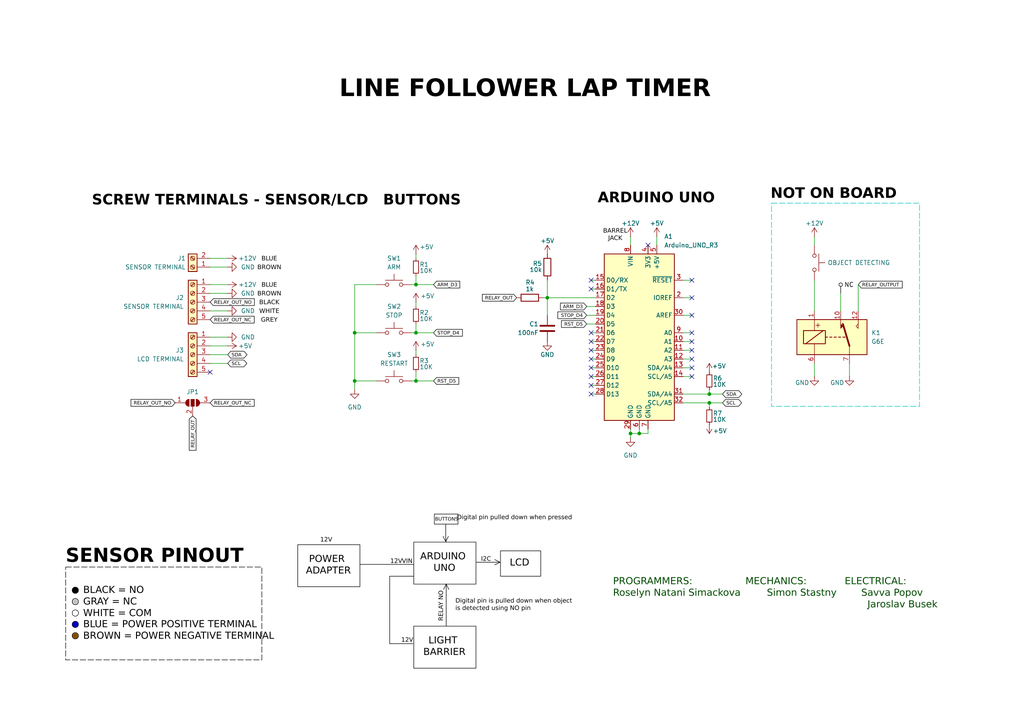
<source format=kicad_sch>
(kicad_sch (version 20250114) (generator "eeschema") (generator_version "9.0")
  (paper "A4")
  (lib_symbols
    (symbol "Connector:Screw_Terminal_01x02" (pin_names (offset 1.016) (hide yes))
      (property "Reference" "J" (at 0 2.54 0))
      (property "Value" "Screw_Terminal_01x02" (at 0 -5.08 0))
      (symbol "Screw_Terminal_01x02_1_1"
        (rectangle (start -1.27 1.27) (end 1.27 -3.81) (stroke (width 0.254)) (fill (type background)))
        (polyline (pts (xy -0.5334 0.3302) (xy 0.3302 -0.508)) (stroke (width 0.1524)))
        (polyline (pts (xy -0.5334 -2.2098) (xy 0.3302 -3.048)) (stroke (width 0.1524)))
        (polyline (pts (xy -0.3556 0.508) (xy 0.508 -0.3302)) (stroke (width 0.1524)))
        (polyline (pts (xy -0.3556 -2.032) (xy 0.508 -2.8702)) (stroke (width 0.1524)))
        (circle (center 0 0) (radius 0.635) (stroke (width 0.1524)))
        (circle (center 0 -2.54) (radius 0.635) (stroke (width 0.1524)))
        (pin passive line (at -5.08 0 0) (length 3.81) (name "Pin_1") (number "1"))
        (pin passive line (at -5.08 -2.54 0) (length 3.81) (name "Pin_2") (number "2"))
      )
    )
    (symbol "Connector:Screw_Terminal_01x05" (pin_names (offset 1.016) (hide yes))
      (property "Reference" "J" (at 0 7.62 0))
      (property "Value" "Screw_Terminal_01x05" (at 0 -7.62 0))
      (symbol "Screw_Terminal_01x05_1_1"
        (rectangle (start -1.27 6.35) (end 1.27 -6.35) (stroke (width 0.254)) (fill (type background)))
        (polyline (pts (xy -0.5334 5.4102) (xy 0.3302 4.572)) (stroke (width 0.1524)))
        (polyline (pts (xy -0.5334 2.8702) (xy 0.3302 2.032)) (stroke (width 0.1524)))
        (polyline (pts (xy -0.5334 0.3302) (xy 0.3302 -0.508)) (stroke (width 0.1524)))
        (polyline (pts (xy -0.5334 -2.2098) (xy 0.3302 -3.048)) (stroke (width 0.1524)))
        (polyline (pts (xy -0.5334 -4.7498) (xy 0.3302 -5.588)) (stroke (width 0.1524)))
        (polyline (pts (xy -0.3556 5.588) (xy 0.508 4.7498)) (stroke (width 0.1524)))
        (polyline (pts (xy -0.3556 3.048) (xy 0.508 2.2098)) (stroke (width 0.1524)))
        (polyline (pts (xy -0.3556 0.508) (xy 0.508 -0.3302)) (stroke (width 0.1524)))
        (polyline (pts (xy -0.3556 -2.032) (xy 0.508 -2.8702)) (stroke (width 0.1524)))
        (polyline (pts (xy -0.3556 -4.572) (xy 0.508 -5.4102)) (stroke (width 0.1524)))
        (circle (center 0 5.08) (radius 0.635) (stroke (width 0.1524)))
        (circle (center 0 2.54) (radius 0.635) (stroke (width 0.1524)))
        (circle (center 0 0) (radius 0.635) (stroke (width 0.1524)))
        (circle (center 0 -2.54) (radius 0.635) (stroke (width 0.1524)))
        (circle (center 0 -5.08) (radius 0.635) (stroke (width 0.1524)))
        (pin passive line (at -5.08 5.08 0) (length 3.81) (name "Pin_1") (number "1"))
        (pin passive line (at -5.08 2.54 0) (length 3.81) (name "Pin_2") (number "2"))
        (pin passive line (at -5.08 0 0) (length 3.81) (name "Pin_3") (number "3"))
        (pin passive line (at -5.08 -2.54 0) (length 3.81) (name "Pin_4") (number "4"))
        (pin passive line (at -5.08 -5.08 0) (length 3.81) (name "Pin_5") (number "5"))
      )
    )
    (symbol "Device:C" (pin_numbers (hide yes)) (pin_names (offset 0.254))
      (property "Reference" "C" (at 0.635 2.54 0))
      (property "Value" "C" (at 0.635 -2.54 0))
      (symbol "C_0_1"
        (polyline (pts (xy -2.032 0.762) (xy 2.032 0.762)) (stroke (width 0.508)))
        (polyline (pts (xy -2.032 -0.762) (xy 2.032 -0.762)) (stroke (width 0.508)))
      )
      (symbol "C_1_1"
        (pin passive line (at 0 3.81 270) (length 2.794) (name "~") (number "1"))
        (pin passive line (at 0 -3.81 90) (length 2.794) (name "~") (number "2"))
      )
    )
    (symbol "Device:R" (pin_numbers (hide yes)) (pin_names (offset 0))
      (property "Reference" "R" (at 2.032 0 90))
      (property "Value" "R" (at 0 0 90))
      (symbol "R_0_1"
        (rectangle (start -1.016 -2.54) (end 1.016 2.54) (stroke (width 0.254)))
      )
      (symbol "R_1_1"
        (pin passive line (at 0 3.81 270) (length 1.27) (name "~") (number "1"))
        (pin passive line (at 0 -3.81 90) (length 1.27) (name "~") (number "2"))
      )
    )
    (symbol "Device:R_Small" (pin_numbers (hide yes)) (pin_names (offset 0.254) (hide yes))
      (property "Reference" "R" (at 0.762 0.508 0))
      (property "Value" "R_Small" (at 0.762 -1.016 0))
      (symbol "R_Small_0_1"
        (rectangle (start -0.762 1.778) (end 0.762 -1.778) (stroke (width 0.2032)))
      )
      (symbol "R_Small_1_1"
        (pin passive line (at 0 2.54 270) (length 0.762) (name "~") (number "1"))
        (pin passive line (at 0 -2.54 90) (length 0.762) (name "~") (number "2"))
      )
    )
    (symbol "Jumper:SolderJumper_3_Open" (pin_names (offset 0) (hide yes)) (exclude_from_sim yes) (in_bom no)
      (property "Reference" "JP" (at -2.54 -2.54 0))
      (property "Value" "SolderJumper_3_Open" (at 0 2.794 0))
      (symbol "SolderJumper_3_Open_0_1"
        (polyline (pts (xy -2.54 0) (xy -2.032 0)))
        (polyline (pts (xy -1.016 1.016) (xy -1.016 -1.016)))
        (arc (start -1.016 -1.016) (mid -2.0276 0) (end -1.016 1.016))
        (arc (start -1.016 -1.016) (mid -2.0276 0) (end -1.016 1.016) (fill (type outline)))
        (rectangle (start -0.508 1.016) (end 0.508 -1.016) (fill (type outline)))
        (polyline (pts (xy 0 -1.27) (xy 0 -1.016)))
        (arc (start 1.016 1.016) (mid 2.0276 0) (end 1.016 -1.016))
        (arc (start 1.016 1.016) (mid 2.0276 0) (end 1.016 -1.016) (fill (type outline)))
        (polyline (pts (xy 1.016 1.016) (xy 1.016 -1.016)))
        (polyline (pts (xy 2.54 0) (xy 2.032 0)))
      )
      (symbol "SolderJumper_3_Open_1_1"
        (pin passive line (at -5.08 0 0) (length 2.54) (name "A") (number "1"))
        (pin passive line (at 0 -3.81 90) (length 2.54) (name "C") (number "2"))
        (pin passive line (at 5.08 0 180) (length 2.54) (name "B") (number "3"))
      )
    )
    (symbol "MCU_Module:Arduino_UNO_R3"
      (property "Reference" "A" (at -10.16 23.495 0))
      (property "Value" "Arduino_UNO_R3" (at 5.08 -26.67 0))
      (symbol "Arduino_UNO_R3_0_1"
        (rectangle (start -10.16 22.86) (end 10.16 -25.4) (stroke (width 0.254)) (fill (type background)))
      )
      (symbol "Arduino_UNO_R3_1_1"
        (pin bidirectional line (at -12.7 15.24 0) (length 2.54) (name "D0/RX") (number "15"))
        (pin bidirectional line (at -12.7 12.7 0) (length 2.54) (name "D1/TX") (number "16"))
        (pin bidirectional line (at -12.7 10.16 0) (length 2.54) (name "D2") (number "17"))
        (pin bidirectional line (at -12.7 7.62 0) (length 2.54) (name "D3") (number "18"))
        (pin bidirectional line (at -12.7 5.08 0) (length 2.54) (name "D4") (number "19"))
        (pin bidirectional line (at -12.7 2.54 0) (length 2.54) (name "D5") (number "20"))
        (pin bidirectional line (at -12.7 0 0) (length 2.54) (name "D6") (number "21"))
        (pin bidirectional line (at -12.7 -2.54 0) (length 2.54) (name "D7") (number "22"))
        (pin bidirectional line (at -12.7 -5.08 0) (length 2.54) (name "D8") (number "23"))
        (pin bidirectional line (at -12.7 -7.62 0) (length 2.54) (name "D9") (number "24"))
        (pin bidirectional line (at -12.7 -10.16 0) (length 2.54) (name "D10") (number "25"))
        (pin bidirectional line (at -12.7 -12.7 0) (length 2.54) (name "D11") (number "26"))
        (pin bidirectional line (at -12.7 -15.24 0) (length 2.54) (name "D12") (number "27"))
        (pin bidirectional line (at -12.7 -17.78 0) (length 2.54) (name "D13") (number "28"))
        (pin no_connect line (at -10.16 -20.32 0) (length 2.54) (hide yes) (name "NC") (number "1"))
        (pin power_in line (at -2.54 25.4 270) (length 2.54) (name "VIN") (number "8"))
        (pin power_in line (at -2.54 -27.94 90) (length 2.54) (name "GND") (number "29"))
        (pin power_in line (at 0 -27.94 90) (length 2.54) (name "GND") (number "6"))
        (pin power_out line (at 2.54 25.4 270) (length 2.54) (name "3V3") (number "4"))
        (pin power_in line (at 2.54 -27.94 90) (length 2.54) (name "GND") (number "7"))
        (pin power_out line (at 5.08 25.4 270) (length 2.54) (name "+5V") (number "5"))
        (pin input line (at 12.7 15.24 180) (length 2.54) (name "~{RESET}") (number "3"))
        (pin output line (at 12.7 10.16 180) (length 2.54) (name "IOREF") (number "2"))
        (pin input line (at 12.7 5.08 180) (length 2.54) (name "AREF") (number "30"))
        (pin bidirectional line (at 12.7 0 180) (length 2.54) (name "A0") (number "9"))
        (pin bidirectional line (at 12.7 -2.54 180) (length 2.54) (name "A1") (number "10"))
        (pin bidirectional line (at 12.7 -5.08 180) (length 2.54) (name "A2") (number "11"))
        (pin bidirectional line (at 12.7 -7.62 180) (length 2.54) (name "A3") (number "12"))
        (pin bidirectional line (at 12.7 -10.16 180) (length 2.54) (name "SDA/A4") (number "13"))
        (pin bidirectional line (at 12.7 -12.7 180) (length 2.54) (name "SCL/A5") (number "14"))
        (pin bidirectional line (at 12.7 -17.78 180) (length 2.54) (name "SDA/A4") (number "31"))
        (pin bidirectional line (at 12.7 -20.32 180) (length 2.54) (name "SCL/A5") (number "32"))
      )
    )
    (symbol "Relay:G6E"
      (property "Reference" "K" (at 11.43 3.81 0))
      (property "Value" "G6E" (at 11.43 1.27 0))
      (symbol "G6E_0_0"
        (polyline (pts (xy 7.62 5.08) (xy 7.62 2.54) (xy 6.985 3.175) (xy 7.62 3.81)))
        (text "+" (at -4.064 3.556 0) (effects (font (size 1.524 1.524))))
      )
      (symbol "G6E_0_1"
        (rectangle (start -10.16 5.08) (end 10.16 -5.08) (stroke (width 0.254)) (fill (type background)))
        (rectangle (start -8.255 1.905) (end -1.905 -1.905) (stroke (width 0.254)))
        (polyline (pts (xy -7.62 -1.905) (xy -2.54 1.905)) (stroke (width 0.254)))
        (polyline (pts (xy -5.08 5.08) (xy -5.08 1.905)))
        (polyline (pts (xy -5.08 -5.08) (xy -5.08 -1.905)))
        (polyline (pts (xy -1.905 0) (xy -1.27 0)) (stroke (width 0.254)))
        (polyline (pts (xy -0.635 0) (xy 0 0)) (stroke (width 0.254)))
        (polyline (pts (xy 0.635 0) (xy 1.27 0)) (stroke (width 0.254)))
        (polyline (pts (xy 1.905 0) (xy 2.54 0)) (stroke (width 0.254)))
        (polyline (pts (xy 2.54 5.08) (xy 2.54 2.54) (xy 3.175 3.175) (xy 2.54 3.81)) (fill (type outline)))
        (polyline (pts (xy 3.175 0) (xy 3.81 0)) (stroke (width 0.254)))
        (polyline (pts (xy 5.08 -2.54) (xy 3.175 3.81)) (stroke (width 0.508)))
        (polyline (pts (xy 5.08 -2.54) (xy 5.08 -5.08)))
      )
      (symbol "G6E_1_1"
        (pin passive line (at -5.08 7.62 270) (length 2.54) (name "~") (number "1"))
        (pin passive line (at -5.08 -7.62 90) (length 2.54) (name "~") (number "6"))
        (pin passive line (at 2.54 7.62 270) (length 2.54) (name "~") (number "10"))
        (pin passive line (at 5.08 -7.62 90) (length 2.54) (name "~") (number "7"))
        (pin passive line (at 7.62 7.62 270) (length 2.54) (name "~") (number "12"))
      )
    )
    (symbol "Switch:SW_Push" (pin_numbers (hide yes)) (pin_names (offset 1.016) (hide yes))
      (property "Reference" "SW" (at 1.27 2.54 0))
      (property "Value" "SW_Push" (at 0 -1.524 0))
      (symbol "SW_Push_0_1"
        (circle (center -2.032 0) (radius 0.508))
        (polyline (pts (xy 0 1.27) (xy 0 3.048)))
        (circle (center 2.032 0) (radius 0.508))
        (polyline (pts (xy 2.54 1.27) (xy -2.54 1.27)))
        (pin passive line (at -5.08 0 0) (length 2.54) (name "1") (number "1"))
        (pin passive line (at 5.08 0 180) (length 2.54) (name "2") (number "2"))
      )
    )
    (symbol "power:+12V" (power) (pin_numbers (hide yes)) (pin_names (offset 0) (hide yes))
      (property "Value" "+12V" (at 0 3.556 0))
      (symbol "+12V_0_1"
        (polyline (pts (xy -0.762 1.27) (xy 0 2.54)))
        (polyline (pts (xy 0 2.54) (xy 0.762 1.27)))
        (polyline (pts (xy 0 0) (xy 0 2.54)))
      )
      (symbol "+12V_1_1"
        (pin power_in line (at 0 0 90) (length 0) (name "~") (number "1"))
      )
    )
    (symbol "power:+5V" (power) (pin_numbers (hide yes)) (pin_names (offset 0) (hide yes))
      (property "Value" "+5V" (at 0 3.556 0))
      (symbol "+5V_0_1"
        (polyline (pts (xy -0.762 1.27) (xy 0 2.54)))
        (polyline (pts (xy 0 2.54) (xy 0.762 1.27)))
        (polyline (pts (xy 0 0) (xy 0 2.54)))
      )
      (symbol "+5V_1_1"
        (pin power_in line (at 0 0 90) (length 0) (name "~") (number "1"))
      )
    )
    (symbol "power:GND" (power) (pin_numbers (hide yes)) (pin_names (offset 0) (hide yes))
      (property "Value" "GND" (at 0 -3.81 0))
      (symbol "GND_0_1"
        (polyline (pts (xy 0 0) (xy 0 -1.27) (xy 1.27 -1.27) (xy 0 -2.54) (xy -1.27 -1.27) (xy 0 -1.27)))
      )
      (symbol "GND_1_1"
        (pin power_in line (at 0 0 270) (length 0) (name "~") (number "1"))
      )
    )
  )
  (circle (center 21.844 171.196) (radius 0.9158) (stroke (width 0) (color 0 0 0 1)) (fill (type color) (color 0 0 0 1)))
  (rectangle (start 145.161 159.766) (end 156.845 167.132) (stroke (width 0) (color 0 0 0 1)))
  (circle (center 21.844 181.102) (radius 0.9158) (stroke (width 0) (color 0 0 0 1)) (fill (type color) (color 0 0 194 1)))
  (rectangle (start 86.36 157.988) (end 104.394 170.18) (stroke (width 0) (color 0 0 0 1)))
  (rectangle (start 125.984 149.098) (end 132.842 152.019) (stroke (width 0) (color 0 0 0 1)))
  (rectangle (start 223.774 58.928) (end 266.7 117.856) (stroke (width 0) (type dash) (color 0 194 194 1)))
  (circle (center 21.844 174.498) (radius 0.9158) (stroke (width 0) (color 0 0 0 1)) (fill (type color) (color 194 194 194 1)))
  (circle (center 21.844 184.404) (radius 0.9158) (stroke (width 0) (color 0 0 0 1)) (fill (type color) (color 128 77 0 1)))
  (circle (center 21.844 177.8) (radius 0.9158) (stroke (width 0) (color 0 0 0 1)) (fill (type color) (color 255 255 255 1)))
  (rectangle (start 19.05 164.465) (end 75.946 191.389) (stroke (width 0) (type dash) (color 0 0 0 1)))
  (rectangle (start 120.015 181.61) (end 138.049 193.802) (stroke (width 0) (color 0 0 0 1)))
  (rectangle (start 120.015 157.226) (end 138.049 169.418) (stroke (width 0) (color 0 0 0 1)))
  (text "BLUE = POWER POSITIVE TERMINAL\nBROWN = POWER NEGATIVE TERMINAL" (at 24.13 183.515 0) (effects (font (size 2 2)) (justify left)))
  (text "ARDUINO \nUNO" (at 128.905 163.83 0) (effects (font (size 2 2))))
  (text "BROWN" (at 78.105 85.725 0) (effects (font (size 1.27 1.27))))
  (text "BUTTONS" (at 111.125 59.055 0) (effects (font (size 3 3) (bold yes)) (justify left)))
  (text "12V" (at 118.11 186.182 0) (effects (font (size 1.27 1.27))))
  (text "BROWN" (at 78.105 78.105 0) (effects (font (size 1.27 1.27))))
  (text "SCREW TERMINALS - SENSOR/LCD" (at 26.67 59.055 0) (effects (font (size 3 3) (bold yes)) (justify left)))
  (text "VIN" (at 118.11 163.322 0) (effects (font (size 1.27 1.27))))
  (text "I2C" (at 140.97 162.687 0) (effects (font (size 1.27 1.27))))
  (text "SENSOR PINOUT" (at 19.05 162.56 0) (effects (font (size 4 4) (bold yes)) (justify left)))
  (text "BUTTONS" (at 129.54 150.495 0) (effects (font (size 1 1)) (justify top)))
  (text "BARREL\nJACK" (at 178.435 68.58 0) (effects (font (size 1.27 1.27))))
  (text "RELAY NO" (at 128.27 175.895 90) (effects (font (size 1.27 1.27))))
  (text "BLUE" (at 78.105 75.565 0) (effects (font (size 1.27 1.27))))
  (text "BLUE" (at 78.105 83.185 0) (effects (font (size 1.27 1.27))))
  (text "WHITE" (at 78.105 90.805 0) (effects (font (size 1.27 1.27))))
  (text "LIGHT \nBARRIER" (at 128.905 188.214 0) (effects (font (size 2 2))))
  (text "BLACK" (at 78.105 88.265 0) (effects (font (size 1.27 1.27))))
  (text "GREY" (at 78.105 93.345 0) (effects (font (size 1.27 1.27))))
  (text "ARDUINO UNO" (at 173.355 58.42 0) (effects (font (size 3 3) (bold yes)) (justify left)))
  (text "12V" (at 114.935 163.322 0) (effects (font (size 1.27 1.27))))
  (text "LINE FOLLOWER LAP TIMER" (at 98.425 27.305 0) (effects (font (size 5 5) (bold yes)) (justify left)))
  (text "LCD " (at 151.13 163.957 0) (effects (font (size 2 2))))
  (text "BLACK = NO\nGRAY = NC\nWHITE = COM" (at 24.13 175.26 0) (effects (font (size 2 2)) (justify left)))
  (text "POWER \nADAPTER" (at 95.25 164.592 0) (effects (font (size 2 2))))
  (text "NOT ON BOARD" (at 223.52 57.15 0) (effects (font (size 3 3) (bold yes)) (justify left)))
  (text "Digital pin pulled down when pressed" (at 149.225 150.622 0) (effects (font (size 1.27 1.27))))
  (text "PROGRAMMERS:     			MECHANICS:    		ELECTRICAL: \nRoselyn Natani Simackova	       Simon Stastny		Savva Popov \n                                                                                   Jaroslav Busek" (at 177.8 172.72 0) (effects (font (size 2 2)) (justify left)))
  (text "12V" (at 94.615 157.099 0) (effects (font (size 1.27 1.27))))
  (text "Digital pin is pulled down when object \nis detected using NO pin" (at 132.08 175.895 0) (effects (font (size 1.27 1.27)) (justify left)))
  (junction (at 185.42 125.73))
  (junction (at 102.87 96.52))
  (junction (at 120.65 96.52))
  (junction (at 120.65 82.55))
  (junction (at 158.75 86.36))
  (junction (at 205.74 116.84))
  (junction (at 102.87 110.49))
  (junction (at 205.74 114.3))
  (junction (at 182.88 125.73))
  (junction (at 120.65 110.49))
  (no_connect (at 200.66 81.28))
  (no_connect (at 171.45 106.68))
  (no_connect (at 171.45 81.28))
  (no_connect (at 171.45 111.76))
  (no_connect (at 200.66 86.36))
  (no_connect (at 200.66 106.68))
  (no_connect (at 171.45 114.3))
  (no_connect (at 171.45 83.82))
  (no_connect (at 187.96 71.12))
  (no_connect (at 200.66 99.06))
  (no_connect (at 171.45 109.22))
  (no_connect (at 200.66 101.6))
  (no_connect (at 171.45 101.6))
  (no_connect (at 171.45 104.14))
  (no_connect (at 200.66 96.52))
  (no_connect (at 171.45 96.52))
  (no_connect (at 171.45 99.06))
  (no_connect (at 200.66 109.22))
  (no_connect (at 200.66 91.44))
  (no_connect (at 200.66 104.14))
  (no_connect (at 60.96 107.95))
  (polyline (pts (xy 129.413 169.418) (xy 130.175 170.942)) (stroke (width 0) (type solid) (color 0 0 0 1)))
  (wire (pts (xy 125.73 96.52) (xy 120.65 96.52)))
  (wire (pts (xy 171.45 99.06) (xy 172.72 99.06)))
  (wire (pts (xy 120.65 80.01) (xy 120.65 82.55)))
  (wire (pts (xy 171.45 81.28) (xy 172.72 81.28)))
  (wire (pts (xy 171.45 106.68) (xy 172.72 106.68)))
  (wire (pts (xy 187.96 125.73) (xy 187.96 124.46)))
  (wire (pts (xy 171.45 96.52) (xy 172.72 96.52)))
  (wire (pts (xy 171.45 111.76) (xy 172.72 111.76)))
  (wire (pts (xy 66.04 97.79) (xy 60.96 97.79)))
  (polyline (pts (xy 145.034 163.068) (xy 143.51 163.83)) (stroke (width 0) (type solid) (color 0 0 0 1)))
  (polyline (pts (xy 113.03 186.69) (xy 119.761 186.69)) (stroke (width 0) (type solid) (color 0 0 0 1)))
  (wire (pts (xy 66.04 102.87) (xy 60.96 102.87)))
  (wire (pts (xy 236.22 109.22) (xy 236.22 105.41)))
  (wire (pts (xy 246.38 109.22) (xy 246.38 105.41)))
  (polyline (pts (xy 129.286 157.099) (xy 128.524 155.575)) (stroke (width 0) (type solid) (color 0 0 0 1)))
  (wire (pts (xy 182.88 68.58) (xy 182.88 71.12)))
  (wire (pts (xy 200.66 99.06) (xy 198.12 99.06)))
  (wire (pts (xy 158.75 91.44) (xy 158.75 86.36)))
  (wire (pts (xy 102.87 110.49) (xy 109.22 110.49)))
  (polyline (pts (xy 113.03 186.69) (xy 113.03 167.132)) (stroke (width 0) (type solid) (color 0 0 0 1)))
  (wire (pts (xy 198.12 116.84) (xy 205.74 116.84)))
  (wire (pts (xy 243.84 85.09) (xy 243.84 90.17)))
  (wire (pts (xy 200.66 96.52) (xy 198.12 96.52)))
  (wire (pts (xy 66.04 100.33) (xy 60.96 100.33)))
  (polyline (pts (xy 128.651 170.942) (xy 129.413 169.418)) (stroke (width 0) (type solid) (color 0 0 0 1)))
  (wire (pts (xy 66.04 105.41) (xy 60.96 105.41)))
  (wire (pts (xy 120.65 87.63) (xy 120.65 88.9)))
  (wire (pts (xy 182.88 125.73) (xy 182.88 124.46)))
  (wire (pts (xy 170.18 91.44) (xy 172.72 91.44)))
  (wire (pts (xy 171.45 104.14) (xy 172.72 104.14)))
  (wire (pts (xy 209.55 114.3) (xy 205.74 114.3)))
  (wire (pts (xy 236.22 81.28) (xy 236.22 90.17)))
  (wire (pts (xy 205.74 118.11) (xy 205.74 116.84)))
  (wire (pts (xy 236.22 68.58) (xy 236.22 71.12)))
  (wire (pts (xy 102.87 82.55) (xy 102.87 96.52)))
  (wire (pts (xy 120.65 93.98) (xy 120.65 96.52)))
  (wire (pts (xy 170.18 88.9) (xy 172.72 88.9)))
  (wire (pts (xy 102.87 96.52) (xy 109.22 96.52)))
  (wire (pts (xy 185.42 125.73) (xy 185.42 124.46)))
  (wire (pts (xy 182.88 125.73) (xy 185.42 125.73)))
  (wire (pts (xy 205.74 113.03) (xy 205.74 114.3)))
  (wire (pts (xy 60.96 77.47) (xy 66.04 77.47)))
  (wire (pts (xy 125.73 82.55) (xy 120.65 82.55)))
  (wire (pts (xy 198.12 114.3) (xy 205.74 114.3)))
  (wire (pts (xy 66.04 74.93) (xy 60.96 74.93)))
  (wire (pts (xy 120.65 96.52) (xy 119.38 96.52)))
  (wire (pts (xy 185.42 125.73) (xy 187.96 125.73)))
  (wire (pts (xy 190.5 68.58) (xy 190.5 71.12)))
  (wire (pts (xy 205.74 116.84) (xy 209.55 116.84)))
  (polyline (pts (xy 130.048 155.575) (xy 129.286 157.099)) (stroke (width 0) (type solid) (color 0 0 0 1)))
  (wire (pts (xy 170.18 93.98) (xy 172.72 93.98)))
  (polyline (pts (xy 143.51 162.306) (xy 145.034 163.068)) (stroke (width 0) (type solid) (color 0 0 0 1)))
  (wire (pts (xy 120.65 110.49) (xy 119.38 110.49)))
  (polyline (pts (xy 104.394 163.703) (xy 120.015 163.703)) (stroke (width 0) (type solid) (color 0 0 0 1)))
  (wire (pts (xy 200.66 106.68) (xy 198.12 106.68)))
  (wire (pts (xy 66.04 85.09) (xy 60.96 85.09)))
  (wire (pts (xy 157.48 86.36) (xy 158.75 86.36)))
  (wire (pts (xy 120.65 107.95) (xy 120.65 110.49)))
  (wire (pts (xy 158.75 81.28) (xy 158.75 86.36)))
  (wire (pts (xy 171.45 114.3) (xy 172.72 114.3)))
  (polyline (pts (xy 113.03 167.132) (xy 120.015 167.132)) (stroke (width 0) (type solid) (color 0 0 0 1)))
  (wire (pts (xy 66.04 90.17) (xy 60.96 90.17)))
  (wire (pts (xy 198.12 86.36) (xy 200.66 86.36)))
  (wire (pts (xy 158.75 86.36) (xy 172.72 86.36)))
  (wire (pts (xy 171.45 109.22) (xy 172.72 109.22)))
  (wire (pts (xy 248.92 82.55) (xy 248.92 90.17)))
  (wire (pts (xy 171.45 83.82) (xy 172.72 83.82)))
  (wire (pts (xy 102.87 96.52) (xy 102.87 110.49)))
  (polyline (pts (xy 129.286 152.019) (xy 129.286 157.099)) (stroke (width 0) (type solid) (color 0 0 0 1)))
  (wire (pts (xy 120.65 73.66) (xy 120.65 74.93)))
  (wire (pts (xy 200.66 109.22) (xy 198.12 109.22)))
  (wire (pts (xy 102.87 82.55) (xy 109.22 82.55)))
  (wire (pts (xy 120.65 82.55) (xy 119.38 82.55)))
  (wire (pts (xy 198.12 91.44) (xy 200.66 91.44)))
  (wire (pts (xy 182.88 127) (xy 182.88 125.73)))
  (polyline (pts (xy 129.413 181.61) (xy 129.413 169.418)) (stroke (width 0) (type solid) (color 0 0 0 1)))
  (wire (pts (xy 200.66 104.14) (xy 198.12 104.14)))
  (wire (pts (xy 120.65 101.6) (xy 120.65 102.87)))
  (wire (pts (xy 66.04 82.55) (xy 60.96 82.55)))
  (wire (pts (xy 102.87 113.03) (xy 102.87 110.49)))
  (wire (pts (xy 198.12 81.28) (xy 200.66 81.28)))
  (polyline (pts (xy 138.176 163.068) (xy 145.034 163.068)) (stroke (width 0) (type solid) (color 0 0 0 1)))
  (wire (pts (xy 171.45 101.6) (xy 172.72 101.6)))
  (wire (pts (xy 200.66 101.6) (xy 198.12 101.6)))
  (wire (pts (xy 125.73 110.49) (xy 120.65 110.49)))
  (global_label "RELAY_OUT" (shape input) (at 149.86 86.36 180) (effects (font (size 1 1))) (property "Intersheetrefs" "${INTERSHEET_REFS}" (effects (hide yes))))
  (global_label "RELAY_OUT_NC" (shape input) (at 60.96 92.71 0) (effects (font (size 1 1))) (property "Intersheetrefs" "${INTERSHEET_REFS}" (effects (hide yes))))
  (global_label "RST_D5" (shape input) (at 125.73 110.49 0) (effects (font (size 1 1))) (property "Intersheetrefs" "${INTERSHEET_REFS}" (effects (hide yes))))
  (global_label "RELAY_OUT_NO" (shape input) (at 50.8 116.84 180) (effects (font (size 1 1))) (property "Intersheetrefs" "${INTERSHEET_REFS}" (effects (hide yes))))
  (global_label "RELAY_OUT" (shape input) (at 55.88 120.65 270) (effects (font (size 1 1))) (property "Intersheetrefs" "${INTERSHEET_REFS}" (effects (hide yes))))
  (global_label "SDA" (shape bidirectional) (at 66.04 102.87 0) (effects (font (size 1 1))) (property "Intersheetrefs" "${INTERSHEET_REFS}" (effects (hide yes))))
  (global_label "SDA" (shape bidirectional) (at 209.55 114.3 0) (effects (font (size 1 1))) (property "Intersheetrefs" "${INTERSHEET_REFS}" (effects (hide yes))))
  (global_label "ARM_D3" (shape input) (at 170.18 88.9 180) (effects (font (size 1 1))) (property "Intersheetrefs" "${INTERSHEET_REFS}" (effects (hide yes))))
  (global_label "RELAY_OUTPUT" (shape input) (at 248.92 82.55 0) (effects (font (size 1 1))) (property "Intersheetrefs" "${INTERSHEET_REFS}" (effects (hide yes))))
  (global_label "SCL" (shape bidirectional) (at 209.55 116.84 0) (effects (font (size 1 1))) (property "Intersheetrefs" "${INTERSHEET_REFS}" (effects (hide yes))))
  (global_label "ARM_D3" (shape input) (at 125.73 82.55 0) (effects (font (size 1 1))) (property "Intersheetrefs" "${INTERSHEET_REFS}" (effects (hide yes))))
  (global_label "RELAY_OUT_NC" (shape input) (at 60.96 116.84 0) (effects (font (size 1 1))) (property "Intersheetrefs" "${INTERSHEET_REFS}" (effects (hide yes))))
  (global_label "RELAY_OUT_NO" (shape input) (at 60.96 87.63 0) (effects (font (size 1 1))) (property "Intersheetrefs" "${INTERSHEET_REFS}" (effects (hide yes))))
  (global_label "RST_D5" (shape input) (at 170.18 93.98 180) (effects (font (size 1 1))) (property "Intersheetrefs" "${INTERSHEET_REFS}" (effects (hide yes))))
  (global_label "STOP_D4" (shape input) (at 170.18 91.44 180) (effects (font (size 1 1))) (property "Intersheetrefs" "${INTERSHEET_REFS}" (effects (hide yes))))
  (global_label "STOP_D4" (shape input) (at 125.73 96.52 0) (effects (font (size 1 1))) (property "Intersheetrefs" "${INTERSHEET_REFS}" (effects (hide yes))))
  (global_label "SCL" (shape bidirectional) (at 66.04 105.41 0) (effects (font (size 1 1))) (property "Intersheetrefs" "${INTERSHEET_REFS}" (effects (hide yes))))
  (netclass_flag "" (length 2.54) (shape round) (at 243.84 85.09 0) (property "Netclass" "NC" (at 244.856 82.55 0) (effects (justify left))))
  (symbol (lib_id "power:+5V") (at 120.65 73.66 0) (unit 1)
    (property "Reference" "#PWR09" (effects (hide yes)))
    (property "Value" "+5V" (at 123.698 71.628 0))
    (property "Description" "Power symbol creates a global label with name \"+5V\"" (effects (hide yes)))
  )
  (symbol (lib_id "Device:R_Small") (at 120.65 77.47 0) (unit 1)
    (property "Reference" "R1" (at 121.666 76.708 0) (effects (justify left)))
    (property "Value" "10K" (at 121.666 78.486 0) (effects (justify left)))
    (property "Footprint" "Resistor_THT:R_Axial_DIN0207_L6.3mm_D2.5mm_P10.16mm_Horizontal" (effects (hide yes)))
    (property "Description" "Resistor, small symbol" (effects (hide yes)))
  )
  (symbol (lib_id "Switch:SW_Push") (at 236.22 76.2 270) (unit 1) (on_board no)
    (property "Reference" "SW4" (effects (hide yes)))
    (property "Value" "OBJECT DETECTING" (at 240.03 76.2 90) (effects (justify left)))
    (property "Description" "Push button switch, generic, two pins" (effects (hide yes)))
  )
  (symbol (lib_id "Connector:Screw_Terminal_01x05") (at 55.88 87.63 0) (mirror y) (unit 1)
    (property "Reference" "J2" (at 53.34 86.3599 0) (effects (justify left)))
    (property "Value" "SENSOR TERMINAL" (at 53.34 88.8999 0) (effects (justify left)))
    (property "Footprint" "TerminalBlock:TerminalBlock_MaiXu_MX126-5.0-05P_1x05_P5.00mm" (effects (hide yes)))
    (property "Description" "Generic screw terminal, single row, 01x05, script generated (kicad-library-utils/schlib/autogen/connector/)" (effects (hide yes)))
  )
  (symbol (lib_id "power:+5V") (at 66.04 100.33 270) (unit 1)
    (property "Reference" "#PWR07" (effects (hide yes)))
    (property "Value" "+5V" (at 71.12 100.33 90))
    (property "Description" "Power symbol creates a global label with name \"+5V\"" (effects (hide yes)))
  )
  (symbol (lib_id "power:GND") (at 246.38 109.22 0) (mirror y) (unit 1)
    (property "Reference" "#PWR021" (effects (hide yes)))
    (property "Value" "GND" (at 242.824 110.998 0))
    (property "Description" "Power symbol creates a global label with name \"GND\" , ground" (effects (hide yes)))
  )
  (symbol (lib_id "Device:C") (at 158.75 95.25 0) (mirror y) (unit 1)
    (property "Reference" "C1" (at 156.21 93.98 0) (effects (justify left)))
    (property "Value" "100nF" (at 156.21 96.52 0) (effects (justify left)))
    (property "Footprint" "Capacitor_THT:C_Disc_D6.0mm_W2.5mm_P5.00mm" (effects (hide yes)))
    (property "Description" "Unpolarized capacitor" (effects (hide yes)))
  )
  (symbol (lib_id "Switch:SW_Push") (at 114.3 110.49 0) (unit 1)
    (property "Reference" "SW3" (at 114.3 102.87 0))
    (property "Value" "RESTART" (at 114.3 105.41 0))
    (property "Footprint" "TerminalBlock:TerminalBlock_MaiXu_MX126-5.0-02P_1x02_P5.00mm" (effects (hide yes)))
    (property "Description" "Push button switch, generic, two pins" (effects (hide yes)))
  )
  (symbol (lib_id "Jumper:SolderJumper_3_Open") (at 55.88 116.84 0) (unit 1) (in_bom no)
    (property "Reference" "JP1" (at 55.88 113.665 0))
    (property "Value" "SolderJumper_3_Open" (effects (hide yes)))
    (property "Footprint" "Jumper:SolderJumper-3_P2.0mm_Open_TrianglePad1.0x1.5mm" (effects (hide yes)))
    (property "Description" "Solder Jumper, 3-pole, open" (effects (hide yes)))
  )
  (symbol (lib_id "Device:R_Small") (at 120.65 91.44 0) (unit 1)
    (property "Reference" "R2" (at 121.666 90.678 0) (effects (justify left)))
    (property "Value" "10K" (at 121.666 92.456 0) (effects (justify left)))
    (property "Footprint" "Resistor_THT:R_Axial_DIN0207_L6.3mm_D2.5mm_P10.16mm_Horizontal" (effects (hide yes)))
    (property "Description" "Resistor, small symbol" (effects (hide yes)))
  )
  (symbol (lib_id "power:GND") (at 66.04 97.79 90) (unit 1)
    (property "Reference" "#PWR06" (effects (hide yes)))
    (property "Value" "GND" (at 69.85 97.7899 90) (effects (justify right)))
    (property "Description" "Power symbol creates a global label with name \"GND\" , ground" (effects (hide yes)))
  )
  (symbol (lib_id "power:+5V") (at 190.5 68.58 0) (unit 1)
    (property "Reference" "#PWR016" (effects (hide yes)))
    (property "Value" "+5V" (at 190.5 64.77 0))
    (property "Description" "Power symbol creates a global label with name \"+5V\"" (effects (hide yes)))
  )
  (symbol (lib_id "power:GND") (at 66.04 90.17 90) (unit 1)
    (property "Reference" "#PWR05" (effects (hide yes)))
    (property "Value" "GND" (at 69.85 90.17 90) (effects (justify right)))
    (property "Description" "Power symbol creates a global label with name \"GND\" , ground" (effects (hide yes)))
  )
  (symbol (lib_id "power:+5V") (at 205.74 123.19 180) (unit 1)
    (property "Reference" "#PWR018" (effects (hide yes)))
    (property "Value" "+5V" (at 208.788 124.968 0))
    (property "Description" "Power symbol creates a global label with name \"+5V\"" (effects (hide yes)))
  )
  (symbol (lib_id "power:GND") (at 158.75 99.06 0) (unit 1)
    (property "Reference" "#PWR013" (effects (hide yes)))
    (property "Value" "GND" (at 158.75 102.87 0))
    (property "Description" "Power symbol creates a global label with name \"GND\" , ground" (effects (hide yes)))
  )
  (symbol (lib_id "power:+5V") (at 205.74 107.95 0) (unit 1)
    (property "Reference" "#PWR017" (effects (hide yes)))
    (property "Value" "+5V" (at 208.534 106.172 0))
    (property "Description" "Power symbol creates a global label with name \"+5V\"" (effects (hide yes)))
  )
  (symbol (lib_id "Connector:Screw_Terminal_01x05") (at 55.88 102.87 0) (mirror y) (unit 1)
    (property "Reference" "J3" (at 53.34 101.5999 0) (effects (justify left)))
    (property "Value" "LCD TERMINAL" (at 53.34 104.1399 0) (effects (justify left)))
    (property "Footprint" "TerminalBlock:TerminalBlock_MaiXu_MX126-5.0-05P_1x05_P5.00mm" (effects (hide yes)))
    (property "Description" "Generic screw terminal, single row, 01x05, script generated (kicad-library-utils/schlib/autogen/connector/)" (effects (hide yes)))
  )
  (symbol (lib_id "MCU_Module:Arduino_UNO_R3") (at 185.42 96.52 0) (unit 1)
    (property "Reference" "A1" (at 192.6433 68.58 0) (effects (justify left)))
    (property "Value" "Arduino_UNO_R3" (at 192.6433 71.12 0) (effects (justify left)))
    (property "Footprint" "Module:Arduino_UNO_R3" (effects (hide yes)))
    (property "Datasheet" "https://www.arduino.cc/en/Main/arduinoBoardUno" (effects (hide yes)))
    (property "Description" "Arduino UNO Microcontroller Module, release 3" (effects (hide yes)))
  )
  (symbol (lib_id "power:+12V") (at 66.04 82.55 270) (unit 1)
    (property "Reference" "#PWR03" (effects (hide yes)))
    (property "Value" "+12V" (at 71.755 82.55 90))
    (property "Description" "Power symbol creates a global label with name \"+12V\"" (effects (hide yes)))
  )
  (symbol (lib_id "power:+12V") (at 182.88 68.58 0) (unit 1)
    (property "Reference" "#PWR014" (effects (hide yes)))
    (property "Value" "+12V" (at 182.88 64.77 0))
    (property "Description" "Power symbol creates a global label with name \"+12V\"" (effects (hide yes)))
  )
  (symbol (lib_id "power:GND") (at 66.04 85.09 90) (unit 1)
    (property "Reference" "#PWR04" (effects (hide yes)))
    (property "Value" "GND" (at 69.85 85.09 90) (effects (justify right)))
    (property "Description" "Power symbol creates a global label with name \"GND\" , ground" (effects (hide yes)))
  )
  (symbol (lib_id "power:+12V") (at 236.22 68.58 0) (unit 1)
    (property "Reference" "#PWR019" (effects (hide yes)))
    (property "Value" "+12V" (at 236.22 64.77 0))
    (property "Description" "Power symbol creates a global label with name \"+12V\"" (effects (hide yes)))
  )
  (symbol (lib_id "Device:R") (at 158.75 77.47 180) (unit 1)
    (property "Reference" "R5" (at 157.226 76.454 0) (effects (justify left)))
    (property "Value" "10k" (at 157.226 78.232 0) (effects (justify left)))
    (property "Footprint" "Resistor_THT:R_Axial_DIN0207_L6.3mm_D2.5mm_P10.16mm_Horizontal" (effects (hide yes)))
    (property "Description" "Resistor" (effects (hide yes)))
  )
  (symbol (lib_id "power:+12V") (at 66.04 74.93 270) (unit 1)
    (property "Reference" "#PWR01" (effects (hide yes)))
    (property "Value" "+12V" (at 71.755 74.93 90))
    (property "Description" "Power symbol creates a global label with name \"+12V\"" (effects (hide yes)))
  )
  (symbol (lib_id "power:+5V") (at 158.75 73.66 0) (unit 1)
    (property "Reference" "#PWR012" (effects (hide yes)))
    (property "Value" "+5V" (at 158.75 69.85 0))
    (property "Description" "Power symbol creates a global label with name \"+5V\"" (effects (hide yes)))
  )
  (symbol (lib_id "Device:R_Small") (at 120.65 105.41 0) (unit 1)
    (property "Reference" "R3" (at 121.666 104.648 0) (effects (justify left)))
    (property "Value" "10K" (at 121.666 106.426 0) (effects (justify left)))
    (property "Footprint" "Resistor_THT:R_Axial_DIN0207_L6.3mm_D2.5mm_P10.16mm_Horizontal" (effects (hide yes)))
    (property "Description" "Resistor, small symbol" (effects (hide yes)))
  )
  (symbol (lib_id "power:GND") (at 182.88 127 0) (unit 1)
    (property "Reference" "#PWR015" (effects (hide yes)))
    (property "Value" "GND" (at 182.88 132.08 0))
    (property "Description" "Power symbol creates a global label with name \"GND\" , ground" (effects (hide yes)))
  )
  (symbol (lib_id "Relay:G6E") (at 241.3 97.79 0) (unit 1) (on_board no)
    (property "Reference" "K1" (at 252.73 96.5199 0) (effects (justify left)))
    (property "Value" "G6E" (at 252.73 99.0599 0) (effects (justify left)))
    (property "Datasheet" "https://www.omron.com/ecb/products/pdf/en-g6e.pdf" (effects (hide yes)))
    (property "Description" "Omron Subminiature Sensitive SPDT Signal Switching Relay, Single-Side Stable" (effects (hide yes)))
  )
  (symbol (lib_id "power:GND") (at 236.22 109.22 0) (mirror y) (unit 1)
    (property "Reference" "#PWR020" (effects (hide yes)))
    (property "Value" "GND" (at 232.664 110.998 0))
    (property "Description" "Power symbol creates a global label with name \"GND\" , ground" (effects (hide yes)))
  )
  (symbol (lib_id "power:GND") (at 66.04 77.47 90) (unit 1)
    (property "Reference" "#PWR02" (effects (hide yes)))
    (property "Value" "GND" (at 69.85 77.47 90) (effects (justify right)))
    (property "Description" "Power symbol creates a global label with name \"GND\" , ground" (effects (hide yes)))
  )
  (symbol (lib_id "Connector:Screw_Terminal_01x02") (at 55.88 77.47 180) (unit 1)
    (property "Reference" "J1" (at 52.705 74.93 0))
    (property "Value" "SENSOR TERMINAL" (at 45.085 77.47 0))
    (property "Footprint" "TerminalBlock:TerminalBlock_MaiXu_MX126-5.0-02P_1x02_P5.00mm" (effects (hide yes)))
    (property "Description" "Generic screw terminal, single row, 01x02, script generated (kicad-library-utils/schlib/autogen/connector/)" (effects (hide yes)))
  )
  (symbol (lib_id "Switch:SW_Push") (at 114.3 96.52 0) (unit 1)
    (property "Reference" "SW2" (at 114.3 88.9 0))
    (property "Value" "STOP" (at 114.3 91.44 0))
    (property "Footprint" "TerminalBlock:TerminalBlock_MaiXu_MX126-5.0-02P_1x02_P5.00mm" (effects (hide yes)))
    (property "Description" "Push button switch, generic, two pins" (effects (hide yes)))
  )
  (symbol (lib_id "Switch:SW_Push") (at 114.3 82.55 0) (unit 1)
    (property "Reference" "SW1" (at 114.3 74.93 0))
    (property "Value" "ARM" (at 114.3 77.47 0))
    (property "Footprint" "TerminalBlock:TerminalBlock_MaiXu_MX126-5.0-02P_1x02_P5.00mm" (effects (hide yes)))
    (property "Description" "Push button switch, generic, two pins" (effects (hide yes)))
  )
  (symbol (lib_id "Device:R_Small") (at 205.74 110.49 0) (unit 1)
    (property "Reference" "R6" (at 206.756 109.728 0) (effects (justify left)))
    (property "Value" "10K" (at 206.756 111.506 0) (effects (justify left)))
    (property "Footprint" "Resistor_THT:R_Axial_DIN0207_L6.3mm_D2.5mm_P10.16mm_Horizontal" (effects (hide yes)))
    (property "Description" "Resistor, small symbol" (effects (hide yes)))
  )
  (symbol (lib_id "power:+5V") (at 120.65 87.63 0) (unit 1)
    (property "Reference" "#PWR010" (effects (hide yes)))
    (property "Value" "+5V" (at 123.952 85.852 0))
    (property "Description" "Power symbol creates a global label with name \"+5V\"" (effects (hide yes)))
  )
  (symbol (lib_id "Device:R") (at 153.67 86.36 270) (mirror x) (unit 1)
    (property "Reference" "R4" (at 152.4 81.915 90) (effects (justify left)))
    (property "Value" "1k" (at 152.4 83.82 90) (effects (justify left)))
    (property "Footprint" "Resistor_THT:R_Axial_DIN0207_L6.3mm_D2.5mm_P10.16mm_Horizontal" (effects (hide yes)))
    (property "Description" "Resistor" (effects (hide yes)))
  )
  (symbol (lib_id "power:GND") (at 102.87 113.03 0) (unit 1)
    (property "Reference" "#PWR08" (effects (hide yes)))
    (property "Value" "GND" (at 102.87 118.11 0))
    (property "Description" "Power symbol creates a global label with name \"GND\" , ground" (effects (hide yes)))
  )
  (symbol (lib_id "power:+5V") (at 120.65 101.6 0) (unit 1)
    (property "Reference" "#PWR011" (effects (hide yes)))
    (property "Value" "+5V" (at 123.952 99.822 0))
    (property "Description" "Power symbol creates a global label with name \"+5V\"" (effects (hide yes)))
  )
  (symbol (lib_id "Device:R_Small") (at 205.74 120.65 0) (unit 1)
    (property "Reference" "R7" (at 206.756 119.888 0) (effects (justify left)))
    (property "Value" "10K" (at 206.756 121.666 0) (effects (justify left)))
    (property "Footprint" "Resistor_THT:R_Axial_DIN0207_L6.3mm_D2.5mm_P10.16mm_Horizontal" (effects (hide yes)))
    (property "Description" "Resistor, small symbol" (effects (hide yes)))
  )
)
</source>
